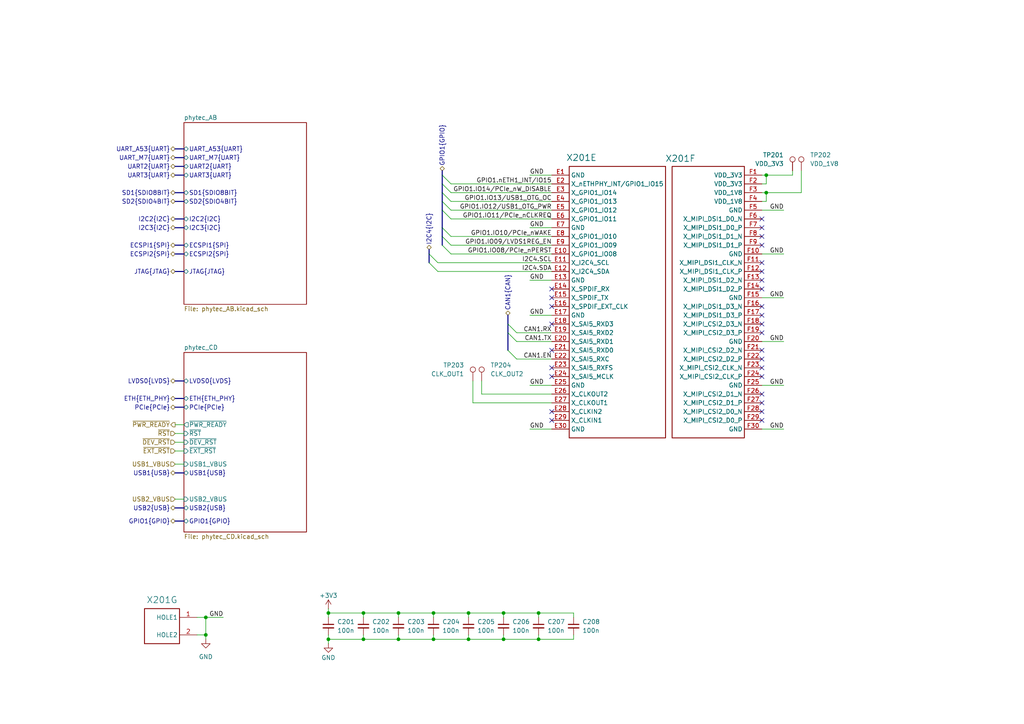
<source format=kicad_sch>
(kicad_sch (version 20250114) (generator "eeschema") (generator_version "9.0")
  (paper "A4")
  (lib_symbols
    (symbol "Connector:TestPoint" (pin_numbers (hide yes)) (pin_names (offset 0.762) (hide yes))
      (property "Reference" "TP" (at 0 6.858 0))
      (property "Value" "TestPoint" (at 0 5.08 0))
      (symbol "TestPoint_0_1"
        (circle (center 0 3.302) (radius 0.762))
      )
      (symbol "TestPoint_1_1"
        (pin passive line (at 0 0 90) (length 2.54) (name "1") (number "1"))
      )
    )
    (symbol "Device:C_Small" (pin_numbers (hide yes)) (pin_names (offset 0.254) (hide yes))
      (property "Reference" "C" (at 0.254 1.778 0))
      (property "Value" "C_Small" (at 0.254 -2.032 0))
      (symbol "C_Small_0_1"
        (polyline (pts (xy -1.524 0.508) (xy 1.524 0.508)) (stroke (width 0.3048)))
        (polyline (pts (xy -1.524 -0.508) (xy 1.524 -0.508)) (stroke (width 0.3302)))
      )
      (symbol "C_Small_1_1"
        (pin passive line (at 0 2.54 270) (length 2.032) (name "~") (number "1"))
        (pin passive line (at 0 -2.54 90) (length 2.032) (name "~") (number "2"))
      )
    )
    (symbol "extras:Phytec-PCM-070"
      (property "Reference" "X" (at -30.48 154.305 0))
      (symbol "Phytec-PCM-070_1_0"
        (polyline (pts (xy -31.115 -2.54) (xy -5.08 -2.54) (xy -5.08 152.4) (xy -31.115 152.4) (xy -31.115 -2.54)) (stroke (width 0.254)))
        (pin passive line (at 0 149.86 180) (length 5.08) (name "GND") (number "A1"))
        (pin passive line (at 0 147.32 180) (length 5.08) (name "X_UART1_RXD") (number "A2"))
        (pin passive line (at 0 144.78 180) (length 5.08) (name "X_UART1_TXD") (number "A3"))
        (pin passive line (at 0 142.24 180) (length 5.08) (name "X_UART3_RXD") (number "A4"))
        (pin passive line (at 0 139.7 180) (length 5.08) (name "X_UART3_TXD") (number "A5"))
        (pin passive line (at 0 137.16 180) (length 5.08) (name "GND") (number "A6"))
        (pin passive line (at 0 134.62 180) (length 5.08) (name "X_SAI1_MCLK") (number "A7"))
        (pin passive line (at 0 132.08 180) (length 5.08) (name "X_SAI1_TXD6") (number "A8"))
        (pin passive line (at 0 129.54 180) (length 5.08) (name "X_SAI1_TXD7") (number "A9"))
        (pin passive line (at 0 127 180) (length 5.08) (name "X_SAI1_RXFS") (number "A10"))
        (pin passive line (at 0 124.46 180) (length 5.08) (name "GND") (number "A11"))
        (pin passive line (at 0 121.92 180) (length 5.08) (name "X_SAI1_RXC") (number "A12"))
        (pin passive line (at 0 119.38 180) (length 5.08) (name "X_SAI1_RXD0") (number "A13"))
        (pin passive line (at 0 116.84 180) (length 5.08) (name "X_SAI1_RXD1") (number "A14"))
        (pin passive line (at 0 114.3 180) (length 5.08) (name "X_ENET_MDIO") (number "A15"))
        (pin passive line (at 0 111.76 180) (length 5.08) (name "GND") (number "A16"))
        (pin passive line (at 0 109.22 180) (length 5.08) (name "X_ENET_RGMII_TD0") (number "A17"))
        (pin passive line (at 0 106.68 180) (length 5.08) (name "X_ENET_RGMII_TD1") (number "A18"))
        (pin passive line (at 0 104.14 180) (length 5.08) (name "X_ENET_RGMII_TD2") (number "A19"))
        (pin passive line (at 0 101.6 180) (length 5.08) (name "X_ENET_RGMII_TD3") (number "A20"))
        (pin passive line (at 0 99.06 180) (length 5.08) (name "GND") (number "A21"))
        (pin passive line (at 0 96.52 180) (length 5.08) (name "X_ENET_RGMII_TX_CTL") (number "A22"))
        (pin passive line (at 0 93.98 180) (length 5.08) (name "X_ENET_RGMII_TXC") (number "A23"))
        (pin passive line (at 0 91.44 180) (length 5.08) (name "X_ENET_RGMII_RX_CTL") (number "A24"))
        (pin passive line (at 0 88.9 180) (length 5.08) (name "X_ENET_RGMII_RXC") (number "A25"))
        (pin passive line (at 0 86.36 180) (length 5.08) (name "GND") (number "A26"))
        (pin passive line (at 0 83.82 180) (length 5.08) (name "X_ENET_RGMII_RD0") (number "A27"))
        (pin passive line (at 0 81.28 180) (length 5.08) (name "X_ENET_RGMII_RD1") (number "A28"))
        (pin passive line (at 0 78.74 180) (length 5.08) (name "X_ENET_RGMII_RD2") (number "A29"))
        (pin passive line (at 0 76.2 180) (length 5.08) (name "X_ENET_RGMII_RD3") (number "A30"))
        (pin passive line (at 0 73.66 180) (length 5.08) (name "GND") (number "A31"))
        (pin passive line (at 0 71.12 180) (length 5.08) (name "X_ENET_MDC") (number "A32"))
        (pin passive line (at 0 68.58 180) (length 5.08) (name "X_SAI2_MCLK") (number "A33"))
        (pin passive line (at 0 66.04 180) (length 5.08) (name "X_SAI2_TXFS") (number "A34"))
        (pin passive line (at 0 63.5 180) (length 5.08) (name "X_SAI2_TXC") (number "A35"))
        (pin passive line (at 0 60.96 180) (length 5.08) (name "GND") (number "A36"))
        (pin passive line (at 0 58.42 180) (length 5.08) (name "X_SAI2_TXD0") (number "A37"))
        (pin passive line (at 0 55.88 180) (length 5.08) (name "X_SAI2_RXFS") (number "A38"))
        (pin passive line (at 0 53.34 180) (length 5.08) (name "X_SAI2_RXC") (number "A39"))
        (pin passive line (at 0 50.8 180) (length 5.08) (name "X_SAI2_RXD0") (number "A40"))
        (pin passive line (at 0 48.26 180) (length 5.08) (name "GND") (number "A41"))
        (pin passive line (at 0 45.72 180) (length 5.08) (name "X_HDMI_DDC_SCL") (number "A42"))
        (pin passive line (at 0 43.18 180) (length 5.08) (name "X_HDMI_DDC_SDA") (number "A43"))
        (pin passive line (at 0 40.64 180) (length 5.08) (name "X_HDMI_HPD") (number "A44"))
        (pin passive line (at 0 38.1 180) (length 5.08) (name "X_HDMI_CEC") (number "A45"))
        (pin passive line (at 0 35.56 180) (length 5.08) (name "X_HDMI_EARC_AUX") (number "A46"))
        (pin passive line (at 0 33.02 180) (length 5.08) (name "GND") (number "A47"))
        (pin passive line (at 0 30.48 180) (length 5.08) (name "X_HDMI_EARC_N_HPD") (number "A48"))
        (pin passive line (at 0 27.94 180) (length 5.08) (name "X_HDMI_EARC_P_UTIL") (number "A49"))
        (pin passive line (at 0 25.4 180) (length 5.08) (name "X_HDMI_TX0_N") (number "A50"))
        (pin passive line (at 0 22.86 180) (length 5.08) (name "X_HDMI_TX0_P") (number "A51"))
        (pin passive line (at 0 20.32 180) (length 5.08) (name "GND") (number "A52"))
        (pin passive line (at 0 17.78 180) (length 5.08) (name "X_HDMI_TXC_N") (number "A53"))
        (pin passive line (at 0 15.24 180) (length 5.08) (name "X_HDMI_TXC_P") (number "A54"))
        (pin passive line (at 0 12.7 180) (length 5.08) (name "GND") (number "A55"))
        (pin passive line (at 0 10.16 180) (length 5.08) (name "X_HDMI_TX1_N") (number "A56"))
        (pin passive line (at 0 7.62 180) (length 5.08) (name "X_HDMI_TX1_P") (number "A57"))
        (pin passive line (at 0 5.08 180) (length 5.08) (name "X_HDMI_TX2_N") (number "A58"))
        (pin passive line (at 0 2.54 180) (length 5.08) (name "X_HDMI_TX2_P") (number "A59"))
        (pin passive line (at 0 0 180) (length 5.08) (name "GND") (number "A60"))
      )
      (symbol "Phytec-PCM-070_2_0"
        (polyline (pts (xy -30.48 -2.54) (xy -5.08 -2.54) (xy -5.08 152.4) (xy -30.48 152.4) (xy -30.48 -2.54)) (stroke (width 0.254)))
        (pin passive line (at 0 149.86 180) (length 5.08) (name "GND") (number "B1"))
        (pin passive line (at 0 147.32 180) (length 5.08) (name "X_UART2_RXD") (number "B2"))
        (pin passive line (at 0 144.78 180) (length 5.08) (name "X_UART2_TXD") (number "B3"))
        (pin passive line (at 0 142.24 180) (length 5.08) (name "X_UART4_RXD") (number "B4"))
        (pin passive line (at 0 139.7 180) (length 5.08) (name "X_UART4_TXD") (number "B5"))
        (pin passive line (at 0 137.16 180) (length 5.08) (name "GND") (number "B6"))
        (pin passive line (at 0 134.62 180) (length 5.08) (name "X_JTAG_TCK") (number "B7"))
        (pin passive line (at 0 132.08 180) (length 5.08) (name "X_JTAG_TDI") (number "B8"))
        (pin passive line (at 0 129.54 180) (length 5.08) (name "X_JTAG_TDO") (number "B9"))
        (pin passive line (at 0 127 180) (length 5.08) (name "X_JTAG_TMS") (number "B10"))
        (pin passive line (at 0 124.46 180) (length 5.08) (name "X_JTAG_MOD") (number "B11"))
        (pin passive line (at 0 121.92 180) (length 5.08) (name "GND") (number "B12"))
        (pin passive line (at 0 119.38 180) (length 5.08) (name "X_I2C2_SCL") (number "B13"))
        (pin passive line (at 0 116.84 180) (length 5.08) (name "X_I2C2_SDA") (number "B14"))
        (pin passive line (at 0 114.3 180) (length 5.08) (name "X_I2C3_SCL") (number "B15"))
        (pin passive line (at 0 111.76 180) (length 5.08) (name "X_I2C3_SDA") (number "B16"))
        (pin passive line (at 0 109.22 180) (length 5.08) (name "GND") (number "B17"))
        (pin passive line (at 0 106.68 180) (length 5.08) (name "X_SAI3_MCLK") (number "B18"))
        (pin passive line (at 0 104.14 180) (length 5.08) (name "X_SAI3_TXFS") (number "B19"))
        (pin passive line (at 0 101.6 180) (length 5.08) (name "X_SAI3_TXC") (number "B20"))
        (pin passive line (at 0 99.06 180) (length 5.08) (name "X_SAI3_TXD") (number "B21"))
        (pin passive line (at 0 96.52 180) (length 5.08) (name "X_SAI3_RXFS") (number "B22"))
        (pin passive line (at 0 93.98 180) (length 5.08) (name "X_SAI3_RXC") (number "B23"))
        (pin passive line (at 0 91.44 180) (length 5.08) (name "X_SAI3_RXD") (number "B24"))
        (pin passive line (at 0 88.9 180) (length 5.08) (name "GND") (number "B25"))
        (pin passive line (at 0 86.36 180) (length 5.08) (name "X_ECSPI1_SS0") (number "B26"))
        (pin passive line (at 0 83.82 180) (length 5.08) (name "X_ECSPI1_MOSI") (number "B27"))
        (pin passive line (at 0 81.28 180) (length 5.08) (name "X_ECSPI1_MISO") (number "B28"))
        (pin passive line (at 0 78.74 180) (length 5.08) (name "X_ECSPI1_SCLK") (number "B29"))
        (pin passive line (at 0 76.2 180) (length 5.08) (name "GND") (number "B30"))
        (pin passive line (at 0 73.66 180) (length 5.08) (name "X_ECSPI2_SS0") (number "B31"))
        (pin passive line (at 0 71.12 180) (length 5.08) (name "X_ECSPI2_MOSI") (number "B32"))
        (pin passive line (at 0 68.58 180) (length 5.08) (name "X_ECSPI2_MISO") (number "B33"))
        (pin passive line (at 0 66.04 180) (length 5.08) (name "X_ECSPI2_SCLK") (number "B34"))
        (pin passive line (at 0 63.5 180) (length 5.08) (name "GND") (number "B35"))
        (pin passive line (at 0 60.96 180) (length 5.08) (name "X_VDDSW_SD2") (number "B36"))
        (pin passive line (at 0 58.42 180) (length 5.08) (name "X_SD2_CD_B") (number "B37"))
        (pin passive line (at 0 55.88 180) (length 5.08) (name "X_SD2_WP") (number "B38"))
        (pin passive line (at 0 53.34 180) (length 5.08) (name "X_SD2_CMD") (number "B39"))
        (pin passive line (at 0 50.8 180) (length 5.08) (name "X_SD2_CLK") (number "B40"))
        (pin passive line (at 0 48.26 180) (length 5.08) (name "GND") (number "B41"))
        (pin passive line (at 0 45.72 180) (length 5.08) (name "X_SD2_DATA0") (number "B42"))
        (pin passive line (at 0 43.18 180) (length 5.08) (name "X_SD2_DATA1") (number "B43"))
        (pin passive line (at 0 40.64 180) (length 5.08) (name "X_SD2_DATA2") (number "B44"))
        (pin passive line (at 0 38.1 180) (length 5.08) (name "X_SD2_DATA3") (number "B45"))
        (pin passive line (at 0 35.56 180) (length 5.08) (name "X_SD1_RESET_B") (number "B46"))
        (pin passive line (at 0 33.02 180) (length 5.08) (name "GND") (number "B47"))
        (pin passive line (at 0 30.48 180) (length 5.08) (name "X_SD1_CMD") (number "B48"))
        (pin passive line (at 0 27.94 180) (length 5.08) (name "X_SD1_STROBE") (number "B49"))
        (pin passive line (at 0 25.4 180) (length 5.08) (name "X_SD1_CLK") (number "B50"))
        (pin passive line (at 0 22.86 180) (length 5.08) (name "X_SD1_DATA0") (number "B51"))
        (pin passive line (at 0 20.32 180) (length 5.08) (name "X_SD1_DATA1") (number "B52"))
        (pin passive line (at 0 17.78 180) (length 5.08) (name "X_SD1_DATA2") (number "B53"))
        (pin passive line (at 0 15.24 180) (length 5.08) (name "GND") (number "B54"))
        (pin passive line (at 0 12.7 180) (length 5.08) (name "X_SD1_DATA3") (number "B55"))
        (pin passive line (at 0 10.16 180) (length 5.08) (name "X_SD1_DATA4") (number "B56"))
        (pin passive line (at 0 7.62 180) (length 5.08) (name "X_SD1_DATA5") (number "B57"))
        (pin passive line (at 0 5.08 180) (length 5.08) (name "X_SD1_DATA6") (number "B58"))
        (pin passive line (at 0 2.54 180) (length 5.08) (name "X_SD1_DATA7") (number "B59"))
        (pin passive line (at 0 0 180) (length 5.08) (name "GND") (number "B60"))
      )
      (symbol "Phytec-PCM-070_3_0"
        (polyline (pts (xy -35.56 -2.54) (xy -5.08 -2.54) (xy -5.08 152.4) (xy -35.56 152.4) (xy -35.56 -2.54)) (stroke (width 0.254)))
        (pin passive line (at 0 149.86 180) (length 5.08) (name "VIN_3V3") (number "C1"))
        (pin passive line (at 0 147.32 180) (length 5.08) (name "VIN_3V3") (number "C2"))
        (pin passive line (at 0 144.78 180) (length 5.08) (name "VIN_3V3") (number "C3"))
        (pin passive line (at 0 142.24 180) (length 5.08) (name "VIN_3V3") (number "C4"))
        (pin passive line (at 0 139.7 180) (length 5.08) (name "GND") (number "C5"))
        (pin passive line (at 0 137.16 180) (length 5.08) (name "GND") (number "C6"))
        (pin passive line (at 0 134.62 180) (length 5.08) (name "GND") (number "C7"))
        (pin passive line (at 0 132.08 180) (length 5.08) (name "VIN_SNVS_1V8") (number "C8"))
        (pin passive line (at 0 129.54 180) (length 5.08) (name "VBAT") (number "C9"))
        (pin passive line (at 0 127 180) (length 5.08) (name "X_RTC_INT") (number "C10"))
        (pin passive line (at 0 124.46 180) (length 5.08) (name "X_PMIC_RST_B") (number "C11"))
        (pin passive line (at 0 121.92 180) (length 5.08) (name "X_PMIC_WDOG_B/GPIO1_IO02") (number "C12"))
        (pin passive line (at 0 119.38 180) (length 5.08) (name "X_POR_B_VIO") (number "C13"))
        (pin passive line (at 0 116.84 180) (length 5.08) (name "X_nPWR_READY") (number "C14"))
        (pin passive line (at 0 114.3 180) (length 5.08) (name "GND") (number "C15"))
        (pin passive line (at 0 111.76 180) (length 5.08) (name "X_USB1_VBUS") (number "C16"))
        (pin passive line (at 0 109.22 180) (length 5.08) (name "X_USB1_ID") (number "C17"))
        (pin passive line (at 0 106.68 180) (length 5.08) (name "X_USB1_D_N") (number "C18"))
        (pin passive line (at 0 104.14 180) (length 5.08) (name "X_USB1_D_P") (number "C19"))
        (pin passive line (at 0 101.6 180) (length 5.08) (name "GND") (number "C20"))
        (pin passive line (at 0 99.06 180) (length 5.08) (name "X_USB1_TX_N") (number "C21"))
        (pin passive line (at 0 96.52 180) (length 5.08) (name "X_USB1_TX_P") (number "C22"))
        (pin passive line (at 0 93.98 180) (length 5.08) (name "X_USB1_RX_N") (number "C23"))
        (pin passive line (at 0 91.44 180) (length 5.08) (name "X_USB1_RX_P") (number "C24"))
        (pin passive line (at 0 88.9 180) (length 5.08) (name "GND") (number "C25"))
        (pin passive line (at 0 86.36 180) (length 5.08) (name "X_USB2_VBUS") (number "C26"))
        (pin passive line (at 0 83.82 180) (length 5.08) (name "X_USB2_ID") (number "C27"))
        (pin passive line (at 0 81.28 180) (length 5.08) (name "X_USB2_D_N") (number "C28"))
        (pin passive line (at 0 78.74 180) (length 5.08) (name "X_USB2_D_P") (number "C29"))
        (pin passive line (at 0 76.2 180) (length 5.08) (name "GND") (number "C30"))
        (pin passive line (at 0 73.66 180) (length 5.08) (name "X_USB2_TX_N") (number "C31"))
        (pin passive line (at 0 71.12 180) (length 5.08) (name "X_USB2_TX_P") (number "C32"))
        (pin passive line (at 0 68.58 180) (length 5.08) (name "X_USB2_RX_N") (number "C33"))
        (pin passive line (at 0 66.04 180) (length 5.08) (name "X_USB2_RX_P") (number "C34"))
        (pin passive line (at 0 63.5 180) (length 5.08) (name "GND") (number "C35"))
        (pin passive line (at 0 60.96 180) (length 5.08) (name "X_LVDS1_D0_N") (number "C36"))
        (pin passive line (at 0 58.42 180) (length 5.08) (name "X_LVDS1_D0_P") (number "C37"))
        (pin passive line (at 0 55.88 180) (length 5.08) (name "X_LVDS1_D1_N") (number "C38"))
        (pin passive line (at 0 53.34 180) (length 5.08) (name "X_LVDS1_D1_P") (number "C39"))
        (pin passive line (at 0 50.8 180) (length 5.08) (name "GND") (number "C40"))
        (pin passive line (at 0 48.26 180) (length 5.08) (name "X_LVDS1_CLK_N") (number "C41"))
        (pin passive line (at 0 45.72 180) (length 5.08) (name "X_LVDS1_CLK_P") (number "C42"))
        (pin passive line (at 0 43.18 180) (length 5.08) (name "X_LVDS1_D2_N") (number "C43"))
        (pin passive line (at 0 40.64 180) (length 5.08) (name "X_LVDS1_D2_P") (number "C44"))
        (pin passive line (at 0 38.1 180) (length 5.08) (name "GND") (number "C45"))
        (pin passive line (at 0 35.56 180) (length 5.08) (name "X_LVDS1_D3_N") (number "C46"))
        (pin passive line (at 0 33.02 180) (length 5.08) (name "X_LVDS1_D3_P") (number "C47"))
        (pin passive line (at 0 30.48 180) (length 5.08) (name "X_LVDS0_D0_N") (number "C48"))
        (pin passive line (at 0 27.94 180) (length 5.08) (name "X_LVDS0_D0_P") (number "C49"))
        (pin passive line (at 0 25.4 180) (length 5.08) (name "GND") (number "C50"))
        (pin passive line (at 0 22.86 180) (length 5.08) (name "X_LVDS0_D1_N") (number "C51"))
        (pin passive line (at 0 20.32 180) (length 5.08) (name "X_LVDS0_D1_P") (number "C52"))
        (pin passive line (at 0 17.78 180) (length 5.08) (name "X_LVDS0_CLK_N") (number "C53"))
        (pin passive line (at 0 15.24 180) (length 5.08) (name "X_LVDS0_CLK_P") (number "C54"))
        (pin passive line (at 0 12.7 180) (length 5.08) (name "GND") (number "C55"))
        (pin passive line (at 0 10.16 180) (length 5.08) (name "X_LVDS0_D2_N") (number "C56"))
        (pin passive line (at 0 7.62 180) (length 5.08) (name "X_LVDS0_D2_P") (number "C57"))
        (pin passive line (at 0 5.08 180) (length 5.08) (name "X_LVDS0_D3_N") (number "C58"))
        (pin passive line (at 0 2.54 180) (length 5.08) (name "X_LVDS0_D3_P") (number "C59"))
        (pin passive line (at 0 0 180) (length 5.08) (name "GND") (number "C60"))
      )
      (symbol "Phytec-PCM-070_4_0"
        (polyline (pts (xy -37.465 -2.54) (xy -5.08 -2.54) (xy -5.08 152.4) (xy -37.465 152.4) (xy -37.465 -2.54)) (stroke (width 0.254)))
        (pin passive line (at 0 149.86 180) (length 5.08) (name "VIN_3V3") (number "D1"))
        (pin passive line (at 0 147.32 180) (length 5.08) (name "VIN_3V3") (number "D2"))
        (pin passive line (at 0 144.78 180) (length 5.08) (name "VIN_3V3") (number "D3"))
        (pin passive line (at 0 142.24 180) (length 5.08) (name "VIN_3V3") (number "D4"))
        (pin passive line (at 0 139.7 180) (length 5.08) (name "GND") (number "D5"))
        (pin passive line (at 0 137.16 180) (length 5.08) (name "GND") (number "D6"))
        (pin passive line (at 0 134.62 180) (length 5.08) (name "GND") (number "D7"))
        (pin passive line (at 0 132.08 180) (length 5.08) (name "X_VIO_Ctrl") (number "D8"))
        (pin passive line (at 0 129.54 180) (length 5.08) (name "X_OnOff") (number "D9"))
        (pin passive line (at 0 127 180) (length 5.08) (name "X_PMIC_ON_REQ") (number "D10"))
        (pin passive line (at 0 124.46 180) (length 5.08) (name "X_PMIC_IRQ_B") (number "D11"))
        (pin passive line (at 0 121.92 180) (length 5.08) (name "X_RTC_CLKOUT/nTEMP_ALERT") (number "D12"))
        (pin passive line (at 0 119.38 180) (length 5.08) (name "GND") (number "D13"))
        (pin passive line (at 0 116.84 180) (length 5.08) (name "X_GPIO1_IO00") (number "D14"))
        (pin passive line (at 0 114.3 180) (length 5.08) (name "X_GPIO1_IO01") (number "D15"))
        (pin passive line (at 0 111.76 180) (length 5.08) (name "X_GPIO1_IO03") (number "D16"))
        (pin passive line (at 0 109.22 180) (length 5.08) (name "X_PMIC_SD_VSEL/GPIO1_IO04") (number "D17"))
        (pin passive line (at 0 106.68 180) (length 5.08) (name "X_GPIO1_IO05") (number "D18"))
        (pin passive line (at 0 104.14 180) (length 5.08) (name "GND") (number "D19"))
        (pin passive line (at 0 101.6 180) (length 5.08) (name "X_GPIO1_IO06") (number "D20"))
        (pin passive line (at 0 99.06 180) (length 5.08) (name "X_GPIO1_IO07") (number "D21"))
        (pin passive line (at 0 96.52 180) (length 5.08) (name "X_BOOT_MODE0") (number "D22"))
        (pin passive line (at 0 93.98 180) (length 5.08) (name "X_BOOT_MODE1") (number "D23"))
        (pin passive line (at 0 91.44 180) (length 5.08) (name "X_BOOT_MODE2") (number "D24"))
        (pin passive line (at 0 88.9 180) (length 5.08) (name "X_BOOT_MODE3") (number "D25"))
        (pin passive line (at 0 86.36 180) (length 5.08) (name "GND") (number "D26"))
        (pin passive line (at 0 83.82 180) (length 5.08) (name "X_PCIE_TXN_N") (number "D27"))
        (pin passive line (at 0 81.28 180) (length 5.08) (name "X_PCIE_TXN_P") (number "D28"))
        (pin passive line (at 0 78.74 180) (length 5.08) (name "X_PCIE_RXN_N") (number "D29"))
        (pin passive line (at 0 76.2 180) (length 5.08) (name "X_PCIE_RXN_P") (number "D30"))
        (pin passive line (at 0 73.66 180) (length 5.08) (name "GND") (number "D31"))
        (pin passive line (at 0 71.12 180) (length 5.08) (name "X_PCIE_REF_PAD_CLK_N") (number "D32"))
        (pin passive line (at 0 68.58 180) (length 5.08) (name "X_PCIE_REF_PAD_CLK_P") (number "D33"))
        (pin passive line (at 0 66.04 180) (length 5.08) (name "X_MIPI_CSI1_D0_N") (number "D34"))
        (pin passive line (at 0 63.5 180) (length 5.08) (name "X_MIPI_CSI1_D0_P") (number "D35"))
        (pin passive line (at 0 60.96 180) (length 5.08) (name "GND") (number "D36"))
        (pin passive line (at 0 58.42 180) (length 5.08) (name "X_MIPI_CSI1_D1_N") (number "D37"))
        (pin passive line (at 0 55.88 180) (length 5.08) (name "X_MIPI_CSI1_D1_P") (number "D38"))
        (pin passive line (at 0 53.34 180) (length 5.08) (name "X_MIPI_CSI1_CLK_N") (number "D39"))
        (pin passive line (at 0 50.8 180) (length 5.08) (name "X_MIPI_CSI1_CLK_P") (number "D40"))
        (pin passive line (at 0 48.26 180) (length 5.08) (name "GND") (number "D41"))
        (pin passive line (at 0 45.72 180) (length 5.08) (name "X_MIPI_CSI1_D2_N") (number "D42"))
        (pin passive line (at 0 43.18 180) (length 5.08) (name "X_MIPI_CSI1_D2_P") (number "D43"))
        (pin passive line (at 0 40.64 180) (length 5.08) (name "X_MIPI_CSI1_D3_N") (number "D44"))
        (pin passive line (at 0 38.1 180) (length 5.08) (name "X_MIPI_CSI1_D3_P") (number "D45"))
        (pin passive line (at 0 35.56 180) (length 5.08) (name "GND") (number "D46"))
        (pin passive line (at 0 33.02 180) (length 5.08) (name "X_ETH1_A_N") (number "D47"))
        (pin passive line (at 0 30.48 180) (length 5.08) (name "X_ETH1_A_P") (number "D48"))
        (pin passive line (at 0 27.94 180) (length 5.08) (name "X_ETH1_B_N") (number "D49"))
        (pin passive line (at 0 25.4 180) (length 5.08) (name "X_ETH1_B_P") (number "D50"))
        (pin passive line (at 0 22.86 180) (length 5.08) (name "GND") (number "D51"))
        (pin passive line (at 0 20.32 180) (length 5.08) (name "X_ETH1_C_N") (number "D52"))
        (pin passive line (at 0 17.78 180) (length 5.08) (name "X_ETH1_C_P") (number "D53"))
        (pin passive line (at 0 15.24 180) (length 5.08) (name "X_ETH1_D_N") (number "D54"))
        (pin passive line (at 0 12.7 180) (length 5.08) (name "X_ETH1_D_P") (number "D55"))
        (pin passive line (at 0 10.16 180) (length 5.08) (name "GND") (number "D56"))
        (pin passive line (at 0 7.62 180) (length 5.08) (name "X_ETH1_GPIO0") (number "D57"))
        (pin passive line (at 0 5.08 180) (length 5.08) (name "X_ETH1_GPIO1") (number "D58"))
        (pin passive line (at 0 2.54 180) (length 5.08) (name "X_ETH1_LED0_LINK") (number "D59"))
        (pin passive line (at 0 0 180) (length 5.08) (name "X_ETH1_LED2_ACT") (number "D60"))
      )
      (symbol "Phytec-PCM-070_5_0"
        (polyline (pts (xy 5.08 -2.54) (xy 33.02 -2.54) (xy 33.02 76.2) (xy 5.08 76.2) (xy 5.08 -2.54)) (stroke (width 0.254)))
        (pin passive line (at 0 73.66 0) (length 5.08) (name "GND") (number "E1"))
        (pin passive line (at 0 71.12 0) (length 5.08) (name "X_nETHPHY_INT/GPIO1_IO15") (number "E2"))
        (pin passive line (at 0 68.58 0) (length 5.08) (name "X_GPIO1_IO14") (number "E3"))
        (pin passive line (at 0 66.04 0) (length 5.08) (name "X_GPIO1_IO13") (number "E4"))
        (pin passive line (at 0 63.5 0) (length 5.08) (name "X_GPIO1_IO12") (number "E5"))
        (pin passive line (at 0 60.96 0) (length 5.08) (name "X_GPIO1_IO11") (number "E6"))
        (pin passive line (at 0 58.42 0) (length 5.08) (name "GND") (number "E7"))
        (pin passive line (at 0 55.88 0) (length 5.08) (name "X_GPIO1_IO10") (number "E8"))
        (pin passive line (at 0 53.34 0) (length 5.08) (name "X_GPIO1_IO09") (number "E9"))
        (pin passive line (at 0 50.8 0) (length 5.08) (name "X_GPIO1_IO08") (number "E10"))
        (pin passive line (at 0 48.26 0) (length 5.08) (name "X_I2C4_SCL") (number "E11"))
        (pin passive line (at 0 45.72 0) (length 5.08) (name "X_I2C4_SDA") (number "E12"))
        (pin passive line (at 0 43.18 0) (length 5.08) (name "GND") (number "E13"))
        (pin passive line (at 0 40.64 0) (length 5.08) (name "X_SPDIF_RX") (number "E14"))
        (pin passive line (at 0 38.1 0) (length 5.08) (name "X_SPDIF_TX") (number "E15"))
        (pin passive line (at 0 35.56 0) (length 5.08) (name "X_SPDIF_EXT_CLK") (number "E16"))
        (pin passive line (at 0 33.02 0) (length 5.08) (name "GND") (number "E17"))
        (pin passive line (at 0 30.48 0) (length 5.08) (name "X_SAI5_RXD3") (number "E18"))
        (pin passive line (at 0 27.94 0) (length 5.08) (name "X_SAI5_RXD2") (number "E19"))
        (pin passive line (at 0 25.4 0) (length 5.08) (name "X_SAI5_RXD1") (number "E20"))
        (pin passive line (at 0 22.86 0) (length 5.08) (name "X_SAI5_RXD0") (number "E21"))
        (pin passive line (at 0 20.32 0) (length 5.08) (name "X_SAI5_RXC") (number "E22"))
        (pin passive line (at 0 17.78 0) (length 5.08) (name "X_SAI5_RXFS") (number "E23"))
        (pin passive line (at 0 15.24 0) (length 5.08) (name "X_SAI5_MCLK") (number "E24"))
        (pin passive line (at 0 12.7 0) (length 5.08) (name "GND") (number "E25"))
        (pin passive line (at 0 10.16 0) (length 5.08) (name "X_CLKOUT2") (number "E26"))
        (pin passive line (at 0 7.62 0) (length 5.08) (name "X_CLKOUT1") (number "E27"))
        (pin passive line (at 0 5.08 0) (length 5.08) (name "X_CLKIN2") (number "E28"))
        (pin passive line (at 0 2.54 0) (length 5.08) (name "X_CLKIN1") (number "E29"))
        (pin passive line (at 0 0 0) (length 5.08) (name "GND") (number "E30"))
      )
      (symbol "Phytec-PCM-070_6_0"
        (polyline (pts (xy -26.035 -2.54) (xy -5.08 -2.54) (xy -5.08 76.2) (xy -26.035 76.2) (xy -26.035 -2.54)) (stroke (width 0.254)))
        (pin passive line (at 0 73.66 180) (length 5.08) (name "VDD_3V3") (number "F1"))
        (pin passive line (at 0 71.12 180) (length 5.08) (name "VDD_3V3") (number "F2"))
        (pin passive line (at 0 68.58 180) (length 5.08) (name "VDD_1V8") (number "F3"))
        (pin passive line (at 0 66.04 180) (length 5.08) (name "VDD_1V8") (number "F4"))
        (pin passive line (at 0 63.5 180) (length 5.08) (name "GND") (number "F5"))
        (pin passive line (at 0 60.96 180) (length 5.08) (name "X_MIPI_DSI1_D0_N") (number "F6"))
        (pin passive line (at 0 58.42 180) (length 5.08) (name "X_MIPI_DSI1_D0_P") (number "F7"))
        (pin passive line (at 0 55.88 180) (length 5.08) (name "X_MIPI_DSI1_D1_N") (number "F8"))
        (pin passive line (at 0 53.34 180) (length 5.08) (name "X_MIPI_DSI1_D1_P") (number "F9"))
        (pin passive line (at 0 50.8 180) (length 5.08) (name "GND") (number "F10"))
        (pin passive line (at 0 48.26 180) (length 5.08) (name "X_MIPI_DSI1_CLK_N") (number "F11"))
        (pin passive line (at 0 45.72 180) (length 5.08) (name "X_MIPI_DSI1_CLK_P") (number "F12"))
        (pin passive line (at 0 43.18 180) (length 5.08) (name "X_MIPI_DSI1_D2_N") (number "F13"))
        (pin passive line (at 0 40.64 180) (length 5.08) (name "X_MIPI_DSI1_D2_P") (number "F14"))
        (pin passive line (at 0 38.1 180) (length 5.08) (name "GND") (number "F15"))
        (pin passive line (at 0 35.56 180) (length 5.08) (name "X_MIPI_DSI1_D3_N") (number "F16"))
        (pin passive line (at 0 33.02 180) (length 5.08) (name "X_MIPI_DSI1_D3_P") (number "F17"))
        (pin passive line (at 0 30.48 180) (length 5.08) (name "X_MIPI_CSI2_D3_N") (number "F18"))
        (pin passive line (at 0 27.94 180) (length 5.08) (name "X_MIPI_CSI2_D3_P") (number "F19"))
        (pin passive line (at 0 25.4 180) (length 5.08) (name "GND") (number "F20"))
        (pin passive line (at 0 22.86 180) (length 5.08) (name "X_MIPI_CSI2_D2_N") (number "F21"))
        (pin passive line (at 0 20.32 180) (length 5.08) (name "X_MIPI_CSI2_D2_P") (number "F22"))
        (pin passive line (at 0 17.78 180) (length 5.08) (name "X_MIPI_CSI2_CLK_N") (number "F23"))
        (pin passive line (at 0 15.24 180) (length 5.08) (name "X_MIPI_CSI2_CLK_P") (number "F24"))
        (pin passive line (at 0 12.7 180) (length 5.08) (name "GND") (number "F25"))
        (pin passive line (at 0 10.16 180) (length 5.08) (name "X_MIPI_CSI2_D1_N") (number "F26"))
        (pin passive line (at 0 7.62 180) (length 5.08) (name "X_MIPI_CSI2_D1_P") (number "F27"))
        (pin passive line (at 0 5.08 180) (length 5.08) (name "X_MIPI_CSI2_D0_N") (number "F28"))
        (pin passive line (at 0 2.54 180) (length 5.08) (name "X_MIPI_CSI2_D0_P") (number "F29"))
        (pin passive line (at 0 0 180) (length 5.08) (name "GND") (number "F30"))
      )
      (symbol "Phytec-PCM-070_7_0"
        (polyline (pts (xy -15.24 -2.54) (xy -5.08 -2.54) (xy -5.08 7.62) (xy -15.24 7.62) (xy -15.24 -2.54)) (stroke (width 0.254)))
        (pin passive line (at 0 5.08 180) (length 5.08) (name "HOLE1") (number "1"))
        (pin passive line (at 0 0 180) (length 5.08) (name "HOLE2") (number "2"))
      )
    )
    (symbol "power:+1V2" (power) (pin_numbers (hide yes)) (pin_names (offset 0) (hide yes))
      (property "Value" "+1V2" (at 0 3.556 0))
      (symbol "+1V2_0_1"
        (polyline (pts (xy -0.762 1.27) (xy 0 2.54)))
        (polyline (pts (xy 0 2.54) (xy 0.762 1.27)))
        (polyline (pts (xy 0 0) (xy 0 2.54)))
      )
      (symbol "+1V2_1_1"
        (pin power_in line (at 0 0 90) (length 0) (name "~") (number "1"))
      )
    )
    (symbol "power:GND" (power) (pin_numbers (hide yes)) (pin_names (offset 0) (hide yes))
      (property "Value" "GND" (at 0 -3.81 0))
      (symbol "GND_0_1"
        (polyline (pts (xy 0 0) (xy 0 -1.27) (xy 1.27 -1.27) (xy 0 -2.54) (xy -1.27 -1.27) (xy 0 -1.27)))
      )
      (symbol "GND_1_1"
        (pin power_in line (at 0 0 270) (length 0) (name "~") (number "1"))
      )
    )
  )
  (bus_alias "CAN" (members "TX" "RX" "EN"))
  (bus_alias "GPIO" (members "IO00/CSI1_CTRL1" "IO01/CSI1_CTRL2" "IO02/PMIC_WDOG" "IO03/CSI1_CTRL3" "IO04/PMIC_SD_VSEL" "IO05/CSI1_CTRL4" "IO06/CSI2_CTRL1" "IO07/CSI2_CTRL2" "IO08/PCIe_nPERST" "IO09/LVDS1REG_EN" "IO10/PCIe_nWAKE" "IO11/PCIe_nCLKREQ" "IO12/USB1_OTG_PWR" "IO13/USB1_OTG_OC" "IO14/PCIe_nW_DISABLE" "nETH1_INT/IO15"))
  (bus_alias "MIPI_DSI" (members "D0-" "D0+" "D1-" "D1+" "D2-" "D2+" "D3-" "D3+" "CLK-" "CLK+"))
  (junction (at 125.73 185.42))
  (junction (at 156.21 177.8))
  (junction (at 222.25 50.8))
  (junction (at 105.41 177.8))
  (junction (at 125.73 177.8))
  (junction (at 156.21 185.42))
  (junction (at 222.25 55.88))
  (junction (at 146.05 177.8))
  (junction (at 115.57 177.8))
  (junction (at 135.89 185.42))
  (junction (at 146.05 185.42))
  (junction (at 59.69 184.15))
  (junction (at 59.69 179.07))
  (junction (at 115.57 185.42))
  (junction (at 95.25 177.8))
  (junction (at 105.41 185.42))
  (junction (at 135.89 177.8))
  (junction (at 95.25 185.42))
  (no_connect (at 160.02 86.36))
  (no_connect (at 220.98 116.84))
  (no_connect (at 220.98 114.3))
  (no_connect (at 220.98 93.98))
  (no_connect (at 220.98 121.92))
  (no_connect (at 220.98 96.52))
  (no_connect (at 220.98 91.44))
  (no_connect (at 160.02 119.38))
  (no_connect (at 160.02 121.92))
  (no_connect (at 220.98 78.74))
  (no_connect (at 220.98 119.38))
  (no_connect (at 220.98 71.12))
  (no_connect (at 160.02 93.98))
  (no_connect (at 220.98 88.9))
  (no_connect (at 220.98 68.58))
  (no_connect (at 160.02 109.22))
  (no_connect (at 160.02 83.82))
  (no_connect (at 220.98 83.82))
  (no_connect (at 160.02 106.68))
  (no_connect (at 220.98 63.5))
  (no_connect (at 160.02 101.6))
  (no_connect (at 220.98 76.2))
  (no_connect (at 220.98 81.28))
  (no_connect (at 160.02 88.9))
  (no_connect (at 220.98 101.6))
  (no_connect (at 220.98 66.04))
  (no_connect (at 220.98 109.22))
  (no_connect (at 220.98 104.14))
  (no_connect (at 220.98 106.68))
  (bus_entry (at 128.27 50.8) (size 2.54 2.54))
  (bus_entry (at 128.27 66.04) (size 2.54 2.54))
  (bus_entry (at 128.27 58.42) (size 2.54 2.54))
  (bus_entry (at 128.27 68.58) (size 2.54 2.54))
  (bus_entry (at 124.46 76.2) (size 2.54 2.54))
  (bus_entry (at 124.46 73.66) (size 2.54 2.54))
  (bus_entry (at 147.32 93.98) (size 2.54 2.54))
  (bus_entry (at 147.32 96.52) (size 2.54 2.54))
  (bus_entry (at 128.27 60.96) (size 2.54 2.54))
  (bus_entry (at 128.27 71.12) (size 2.54 2.54))
  (bus_entry (at 147.32 101.6) (size 2.54 2.54))
  (bus_entry (at 128.27 53.34) (size 2.54 2.54))
  (bus_entry (at 128.27 55.88) (size 2.54 2.54))
  (wire (pts (xy 130.81 53.34) (xy 160.02 53.34)))
  (wire (pts (xy 59.69 179.07) (xy 59.69 184.15)))
  (wire (pts (xy 220.98 111.76) (xy 227.33 111.76)))
  (wire (pts (xy 232.41 55.88) (xy 232.41 49.53)))
  (wire (pts (xy 222.25 50.8) (xy 222.25 53.34)))
  (wire (pts (xy 130.81 60.96) (xy 160.02 60.96)))
  (wire (pts (xy 222.25 55.88) (xy 232.41 55.88)))
  (wire (pts (xy 105.41 177.8) (xy 115.57 177.8)))
  (bus (pts (xy 128.27 58.42) (xy 128.27 60.96)))
  (bus (pts (xy 128.27 50.8) (xy 128.27 53.34)))
  (wire (pts (xy 130.81 73.66) (xy 160.02 73.66)))
  (wire (pts (xy 105.41 184.15) (xy 105.41 185.42)))
  (wire (pts (xy 105.41 177.8) (xy 105.41 179.07)))
  (wire (pts (xy 153.67 124.46) (xy 160.02 124.46)))
  (bus (pts (xy 50.8 63.5) (xy 53.34 63.5)))
  (wire (pts (xy 95.25 185.42) (xy 105.41 185.42)))
  (wire (pts (xy 156.21 185.42) (xy 166.37 185.42)))
  (wire (pts (xy 153.67 81.28) (xy 160.02 81.28)))
  (wire (pts (xy 146.05 177.8) (xy 146.05 179.07)))
  (wire (pts (xy 50.8 134.62) (xy 53.34 134.62)))
  (bus (pts (xy 50.8 66.04) (xy 53.34 66.04)))
  (wire (pts (xy 127 76.2) (xy 160.02 76.2)))
  (wire (pts (xy 220.98 73.66) (xy 227.33 73.66)))
  (bus (pts (xy 128.27 66.04) (xy 128.27 68.58)))
  (bus (pts (xy 50.8 137.16) (xy 53.34 137.16)))
  (wire (pts (xy 50.8 130.81) (xy 53.34 130.81)))
  (wire (pts (xy 59.69 179.07) (xy 64.77 179.07)))
  (bus (pts (xy 50.8 50.8) (xy 53.34 50.8)))
  (wire (pts (xy 220.98 50.8) (xy 222.25 50.8)))
  (wire (pts (xy 135.89 184.15) (xy 135.89 185.42)))
  (wire (pts (xy 105.41 185.42) (xy 115.57 185.42)))
  (wire (pts (xy 115.57 177.8) (xy 125.73 177.8)))
  (wire (pts (xy 135.89 177.8) (xy 135.89 179.07)))
  (wire (pts (xy 229.87 50.8) (xy 222.25 50.8)))
  (wire (pts (xy 95.25 177.8) (xy 95.25 179.07)))
  (wire (pts (xy 125.73 185.42) (xy 135.89 185.42)))
  (bus (pts (xy 124.46 73.66) (xy 124.46 76.2)))
  (bus (pts (xy 128.27 60.96) (xy 128.27 66.04)))
  (wire (pts (xy 220.98 55.88) (xy 222.25 55.88)))
  (bus (pts (xy 50.8 73.66) (xy 53.34 73.66)))
  (wire (pts (xy 220.98 86.36) (xy 227.33 86.36)))
  (wire (pts (xy 130.81 68.58) (xy 160.02 68.58)))
  (wire (pts (xy 146.05 184.15) (xy 146.05 185.42)))
  (wire (pts (xy 160.02 114.3) (xy 139.7 114.3)))
  (wire (pts (xy 59.69 184.15) (xy 59.69 185.42)))
  (wire (pts (xy 166.37 184.15) (xy 166.37 185.42)))
  (bus (pts (xy 147.32 93.98) (xy 147.32 96.52)))
  (bus (pts (xy 50.8 45.72) (xy 53.34 45.72)))
  (wire (pts (xy 137.16 110.49) (xy 137.16 116.84)))
  (wire (pts (xy 220.98 53.34) (xy 222.25 53.34)))
  (wire (pts (xy 153.67 66.04) (xy 160.02 66.04)))
  (wire (pts (xy 146.05 177.8) (xy 156.21 177.8)))
  (bus (pts (xy 50.8 147.32) (xy 53.34 147.32)))
  (bus (pts (xy 50.8 78.74) (xy 53.34 78.74)))
  (wire (pts (xy 95.25 184.15) (xy 95.25 185.42)))
  (wire (pts (xy 50.8 128.27) (xy 53.34 128.27)))
  (wire (pts (xy 137.16 116.84) (xy 160.02 116.84)))
  (wire (pts (xy 146.05 185.42) (xy 156.21 185.42)))
  (bus (pts (xy 128.27 55.88) (xy 128.27 58.42)))
  (bus (pts (xy 50.8 115.57) (xy 53.34 115.57)))
  (wire (pts (xy 139.7 114.3) (xy 139.7 110.49)))
  (bus (pts (xy 50.8 110.49) (xy 53.34 110.49)))
  (wire (pts (xy 156.21 184.15) (xy 156.21 185.42)))
  (wire (pts (xy 130.81 58.42) (xy 160.02 58.42)))
  (wire (pts (xy 153.67 91.44) (xy 160.02 91.44)))
  (bus (pts (xy 50.8 151.13) (xy 53.34 151.13)))
  (wire (pts (xy 156.21 177.8) (xy 166.37 177.8)))
  (wire (pts (xy 57.15 184.15) (xy 59.69 184.15)))
  (bus (pts (xy 128.27 68.58) (xy 128.27 71.12)))
  (wire (pts (xy 50.8 123.19) (xy 53.34 123.19)))
  (bus (pts (xy 147.32 91.44) (xy 147.32 93.98)))
  (wire (pts (xy 127 78.74) (xy 160.02 78.74)))
  (wire (pts (xy 115.57 177.8) (xy 115.57 179.07)))
  (bus (pts (xy 50.8 118.11) (xy 53.34 118.11)))
  (bus (pts (xy 50.8 43.18) (xy 53.34 43.18)))
  (wire (pts (xy 50.8 125.73) (xy 53.34 125.73)))
  (wire (pts (xy 153.67 111.76) (xy 160.02 111.76)))
  (wire (pts (xy 220.98 99.06) (xy 227.33 99.06)))
  (bus (pts (xy 50.8 58.42) (xy 53.34 58.42)))
  (bus (pts (xy 147.32 96.52) (xy 147.32 101.6)))
  (wire (pts (xy 95.25 176.53) (xy 95.25 177.8)))
  (wire (pts (xy 95.25 185.42) (xy 95.25 186.69)))
  (wire (pts (xy 130.81 71.12) (xy 160.02 71.12)))
  (bus (pts (xy 124.46 72.39) (xy 124.46 73.66)))
  (wire (pts (xy 229.87 50.8) (xy 229.87 49.53)))
  (wire (pts (xy 220.98 60.96) (xy 227.33 60.96)))
  (bus (pts (xy 50.8 48.26) (xy 53.34 48.26)))
  (wire (pts (xy 130.81 55.88) (xy 160.02 55.88)))
  (wire (pts (xy 125.73 184.15) (xy 125.73 185.42)))
  (bus (pts (xy 128.27 53.34) (xy 128.27 55.88)))
  (wire (pts (xy 153.67 50.8) (xy 160.02 50.8)))
  (wire (pts (xy 149.86 96.52) (xy 160.02 96.52)))
  (bus (pts (xy 128.27 49.53) (xy 128.27 50.8)))
  (wire (pts (xy 125.73 177.8) (xy 125.73 179.07)))
  (wire (pts (xy 95.25 177.8) (xy 105.41 177.8)))
  (wire (pts (xy 220.98 58.42) (xy 222.25 58.42)))
  (wire (pts (xy 50.8 144.78) (xy 53.34 144.78)))
  (wire (pts (xy 149.86 104.14) (xy 160.02 104.14)))
  (wire (pts (xy 57.15 179.07) (xy 59.69 179.07)))
  (bus (pts (xy 50.8 55.88) (xy 53.34 55.88)))
  (wire (pts (xy 115.57 185.42) (xy 125.73 185.42)))
  (wire (pts (xy 149.86 99.06) (xy 160.02 99.06)))
  (wire (pts (xy 135.89 185.42) (xy 146.05 185.42)))
  (wire (pts (xy 166.37 177.8) (xy 166.37 179.07)))
  (wire (pts (xy 115.57 184.15) (xy 115.57 185.42)))
  (wire (pts (xy 135.89 177.8) (xy 146.05 177.8)))
  (bus (pts (xy 50.8 71.12) (xy 53.34 71.12)))
  (wire (pts (xy 130.81 63.5) (xy 160.02 63.5)))
  (wire (pts (xy 220.98 124.46) (xy 227.33 124.46)))
  (wire (pts (xy 156.21 177.8) (xy 156.21 179.07)))
  (wire (pts (xy 125.73 177.8) (xy 135.89 177.8)))
  (wire (pts (xy 222.25 58.42) (xy 222.25 55.88)))
  (label "GND" (at 153.67 50.8 0))
  (label "GND" (at 153.67 124.46 0))
  (label "GPIO1.IO13{slash}USB1_OTG_OC" (at 160.02 58.42 180))
  (label "GPIO1.IO10{slash}PCIe_nWAKE" (at 160.02 68.58 180))
  (label "GND" (at 153.67 81.28 0))
  (label "GND" (at 153.67 66.04 0))
  (label "GPIO1.nETH1_INT{slash}IO15" (at 160.02 53.34 180))
  (label "GND" (at 227.33 86.36 180))
  (label "GPIO1.IO09{slash}LVDS1REG_EN" (at 160.02 71.12 180))
  (label "GPIO1.IO12{slash}USB1_OTG_PWR" (at 160.02 60.96 180))
  (label "GPIO1.IO08{slash}PCIe_nPERST" (at 160.02 73.66 180))
  (label "GPIO1.IO11{slash}PCIe_nCLKREQ" (at 160.02 63.5 180))
  (label "GND" (at 227.33 73.66 180))
  (label "GND" (at 153.67 91.44 0))
  (label "GND" (at 227.33 124.46 180))
  (label "GND" (at 64.77 179.07 180))
  (label "GPIO1.IO14{slash}PCIe_nW_DISABLE" (at 160.02 55.88 180))
  (label "CAN1.TX" (at 160.02 99.06 180))
  (label "GND" (at 227.33 111.76 180))
  (label "CAN1.EN" (at 160.02 104.14 180))
  (label "GND" (at 227.33 60.96 180))
  (label "GND" (at 153.67 111.76 0))
  (label "GND" (at 227.33 99.06 180))
  (label "I2C4.SCL" (at 160.02 76.2 180))
  (label "CAN1.RX" (at 160.02 96.52 180))
  (label "I2C4.SDA" (at 160.02 78.74 180))
  (hierarchical_label "LVDS0{LVDS}" (shape bidirectional) (at 50.8 110.49 180))
  (hierarchical_label "~{DEV_RST}" (shape input) (at 50.8 128.27 180))
  (hierarchical_label "UART_M7{UART}" (shape bidirectional) (at 50.8 45.72 180))
  (hierarchical_label "ETH{ETH_PHY}" (shape bidirectional) (at 50.8 115.57 180))
  (hierarchical_label "USB1{USB}" (shape bidirectional) (at 50.8 137.16 180))
  (hierarchical_label "SD2{SDIO4BIT}" (shape bidirectional) (at 50.8 58.42 180))
  (hierarchical_label "USB2_VBUS" (shape input) (at 50.8 144.78 180))
  (hierarchical_label "CAN1{CAN}" (shape bidirectional) (at 147.32 91.44 90))
  (hierarchical_label "JTAG{JTAG}" (shape bidirectional) (at 50.8 78.74 180))
  (hierarchical_label "I2C3{I2C}" (shape bidirectional) (at 50.8 66.04 180))
  (hierarchical_label "~{EXT_RST}" (shape input) (at 50.8 130.81 180))
  (hierarchical_label "UART_A53{UART}" (shape bidirectional) (at 50.8 43.18 180))
  (hierarchical_label "I2C4{I2C}" (shape bidirectional) (at 124.46 72.39 90))
  (hierarchical_label "~{PWR_READY}" (shape output) (at 50.8 123.19 180))
  (hierarchical_label "GPIO1{GPIO}" (shape bidirectional) (at 128.27 49.53 90))
  (hierarchical_label "SD1{SDIO8BIT}" (shape bidirectional) (at 50.8 55.88 180))
  (hierarchical_label "USB1_VBUS" (shape input) (at 50.8 134.62 180))
  (hierarchical_label "PCIe{PCIe}" (shape bidirectional) (at 50.8 118.11 180))
  (hierarchical_label "GPIO1{GPIO}" (shape bidirectional) (at 50.8 151.13 180))
  (hierarchical_label "UART3{UART}" (shape bidirectional) (at 50.8 50.8 180))
  (hierarchical_label "USB2{USB}" (shape bidirectional) (at 50.8 147.32 180))
  (hierarchical_label "I2C2{I2C}" (shape bidirectional) (at 50.8 63.5 180))
  (hierarchical_label "UART2{UART}" (shape bidirectional) (at 50.8 48.26 180))
  (hierarchical_label "~{RST}" (shape input) (at 50.8 125.73 180))
  (hierarchical_label "ECSPI1{SPI}" (shape bidirectional) (at 50.8 71.12 180))
  (hierarchical_label "ECSPI2{SPI}" (shape bidirectional) (at 50.8 73.66 180))
  (symbol (lib_id "Device:C_Small") (at 146.05 181.61 0) (unit 1)
    (property "Reference" "C206" (at 148.59 180.3462 0) (effects (justify left)))
    (property "Value" "100n" (at 148.59 182.8862 0) (effects (justify left)))
    (property "Footprint" "Capacitor_SMD:C_0201_0603Metric" (effects (hide yes)))
    (property "Description" "Unpolarized capacitor, small symbol" (effects (hide yes)))
    (property "Mouser Part Number" "81-GRM033Z71C104KE4J" (effects (hide yes)))
  )
  (symbol (lib_id "Connector:TestPoint") (at 229.87 49.53 0) (mirror y) (unit 1)
    (property "Reference" "TP201" (at 227.33 44.9579 0) (effects (justify left)))
    (property "Value" "VDD_3V3" (at 227.33 47.4979 0) (effects (justify left)))
    (property "Footprint" "extras:TestPoint_Pad_D0.5mm" (effects (hide yes)))
    (property "Description" "test point" (effects (hide yes)))
    (property "Mouser Part Number" "-" (effects (hide yes)))
  )
  (symbol (lib_id "power:GND") (at 59.69 185.42 0) (unit 1)
    (property "Reference" "#PWR0205" (effects (hide yes)))
    (property "Value" "GND" (at 59.69 190.5 0))
    (property "Description" "Power symbol creates a global label with name \"GND\" , ground" (effects (hide yes)))
  )
  (symbol (lib_id "Device:C_Small") (at 95.25 181.61 0) (unit 1)
    (property "Reference" "C201" (at 97.79 180.3462 0) (effects (justify left)))
    (property "Value" "100n" (at 97.79 182.8862 0) (effects (justify left)))
    (property "Footprint" "Capacitor_SMD:C_0201_0603Metric" (effects (hide yes)))
    (property "Description" "Unpolarized capacitor, small symbol" (effects (hide yes)))
    (property "Mouser Part Number" "81-GRM033Z71C104KE4J" (effects (hide yes)))
  )
  (symbol (lib_id "Connector:TestPoint") (at 139.7 110.49 0) (unit 1)
    (property "Reference" "TP204" (at 142.24 105.9179 0) (effects (justify left)))
    (property "Value" "CLK_OUT2" (at 142.24 108.4579 0) (effects (justify left)))
    (property "Footprint" "extras:TestPoint_Pad_D0.5mm" (effects (hide yes)))
    (property "Description" "test point" (effects (hide yes)))
    (property "Mouser Part Number" "-" (effects (hide yes)))
  )
  (symbol (lib_id "Device:C_Small") (at 135.89 181.61 0) (unit 1)
    (property "Reference" "C205" (at 138.43 180.3462 0) (effects (justify left)))
    (property "Value" "100n" (at 138.43 182.8862 0) (effects (justify left)))
    (property "Footprint" "Capacitor_SMD:C_0201_0603Metric" (effects (hide yes)))
    (property "Description" "Unpolarized capacitor, small symbol" (effects (hide yes)))
    (property "Mouser Part Number" "81-GRM033Z71C104KE4J" (effects (hide yes)))
  )
  (symbol (lib_id "Device:C_Small") (at 105.41 181.61 0) (unit 1)
    (property "Reference" "C202" (at 107.95 180.3462 0) (effects (justify left)))
    (property "Value" "100n" (at 107.95 182.8862 0) (effects (justify left)))
    (property "Footprint" "Capacitor_SMD:C_0201_0603Metric" (effects (hide yes)))
    (property "Description" "Unpolarized capacitor, small symbol" (effects (hide yes)))
    (property "Mouser Part Number" "81-GRM033Z71C104KE4J" (effects (hide yes)))
  )
  (symbol (lib_id "Device:C_Small") (at 115.57 181.61 0) (unit 1)
    (property "Reference" "C203" (at 118.11 180.3462 0) (effects (justify left)))
    (property "Value" "100n" (at 118.11 182.8862 0) (effects (justify left)))
    (property "Footprint" "Capacitor_SMD:C_0201_0603Metric" (effects (hide yes)))
    (property "Description" "Unpolarized capacitor, small symbol" (effects (hide yes)))
    (property "Mouser Part Number" "81-GRM033Z71C104KE4J" (effects (hide yes)))
  )
  (symbol (lib_id "Connector:TestPoint") (at 137.16 110.49 0) (mirror y) (unit 1)
    (property "Reference" "TP203" (at 134.62 105.9179 0) (effects (justify left)))
    (property "Value" "CLK_OUT1" (at 134.62 108.4579 0) (effects (justify left)))
    (property "Footprint" "extras:TestPoint_Pad_D0.5mm" (effects (hide yes)))
    (property "Description" "test point" (effects (hide yes)))
    (property "Mouser Part Number" "-" (effects (hide yes)))
  )
  (symbol (lib_id "extras:Phytec-PCM-070") (at 220.98 124.46 0) (unit 6)
    (property "Reference" "X201" (at 197.358 45.974 0) (effects (font (size 1.8288 1.8288))))
    (property "Value" "Phytec-PCM-070" (effects (hide yes)))
    (property "Footprint" "extras:Phytec-PCM-070" (effects (hide yes)))
    (property "Datasheet" "https://www.phytec.de/cdocuments/?doc=koA7Hg" (effects (hide yes)))
    (property "Mouser Part Number" "-" (effects (hide yes)))
  )
  (symbol (lib_id "extras:Phytec-PCM-070") (at 160.02 124.46 0) (unit 5)
    (property "Reference" "X201" (at 168.656 45.72 0) (effects (font (size 1.8288 1.8288))))
    (property "Value" "Phytec-PCM-070" (effects (hide yes)))
    (property "Footprint" "extras:Phytec-PCM-070" (effects (hide yes)))
    (property "Datasheet" "https://www.phytec.de/cdocuments/?doc=koA7Hg" (effects (hide yes)))
    (property "Mouser Part Number" "-" (effects (hide yes)))
  )
  (symbol (lib_id "Device:C_Small") (at 166.37 181.61 0) (unit 1)
    (property "Reference" "C208" (at 168.91 180.3462 0) (effects (justify left)))
    (property "Value" "100n" (at 168.91 182.8862 0) (effects (justify left)))
    (property "Footprint" "Capacitor_SMD:C_0201_0603Metric" (effects (hide yes)))
    (property "Description" "Unpolarized capacitor, small symbol" (effects (hide yes)))
    (property "Mouser Part Number" "81-GRM033Z71C104KE4J" (effects (hide yes)))
  )
  (symbol (lib_id "extras:Phytec-PCM-070") (at 57.15 184.15 0) (unit 7)
    (property "Reference" "X201" (at 46.99 173.99 0) (effects (font (size 1.8288 1.8288))))
    (property "Value" "Phytec-PCM-070" (effects (hide yes)))
    (property "Footprint" "extras:Phytec-PCM-070" (effects (hide yes)))
    (property "Datasheet" "https://www.phytec.de/cdocuments/?doc=koA7Hg" (effects (hide yes)))
    (property "Mouser Part Number" "-" (effects (hide yes)))
  )
  (symbol (lib_id "Device:C_Small") (at 125.73 181.61 0) (unit 1)
    (property "Reference" "C204" (at 128.27 180.3462 0) (effects (justify left)))
    (property "Value" "100n" (at 128.27 182.8862 0) (effects (justify left)))
    (property "Footprint" "Capacitor_SMD:C_0201_0603Metric" (effects (hide yes)))
    (property "Description" "Unpolarized capacitor, small symbol" (effects (hide yes)))
    (property "Mouser Part Number" "81-GRM033Z71C104KE4J" (effects (hide yes)))
  )
  (symbol (lib_id "Connector:TestPoint") (at 232.41 49.53 0) (unit 1)
    (property "Reference" "TP202" (at 234.95 44.9579 0) (effects (justify left)))
    (property "Value" "VDD_1V8" (at 234.95 47.4979 0) (effects (justify left)))
    (property "Footprint" "extras:TestPoint_Pad_D0.5mm" (effects (hide yes)))
    (property "Description" "test point" (effects (hide yes)))
    (property "Mouser Part Number" "-" (effects (hide yes)))
  )
  (symbol (lib_id "power:+1V2") (at 95.25 176.53 0) (unit 1)
    (property "Reference" "#PWR0209" (effects (hide yes)))
    (property "Value" "+3V3" (at 95.25 172.72 0))
    (property "Description" "Power symbol creates a global label with name \"+1V2\"" (effects (hide yes)))
  )
  (symbol (lib_id "power:GND") (at 95.25 186.69 0) (unit 1)
    (property "Reference" "#PWR0210" (effects (hide yes)))
    (property "Value" "GND" (at 95.25 190.754 0))
    (property "Description" "Power symbol creates a global label with name \"GND\" , ground" (effects (hide yes)))
  )
  (symbol (lib_id "Device:C_Small") (at 156.21 181.61 0) (unit 1)
    (property "Reference" "C207" (at 158.75 180.3462 0) (effects (justify left)))
    (property "Value" "100n" (at 158.75 182.8862 0) (effects (justify left)))
    (property "Footprint" "Capacitor_SMD:C_0201_0603Metric" (effects (hide yes)))
    (property "Description" "Unpolarized capacitor, small symbol" (effects (hide yes)))
    (property "Mouser Part Number" "81-GRM033Z71C104KE4J" (effects (hide yes)))
  )
  (sheet (at 53.34 102.235) (size 35.56 52.07) (stroke (width 0.1524))
    (property "Sheetname" "phytec_CD" (at 53.34 101.5234 0) (effects (justify left bottom)))
    (property "Sheetfile" "phytec_CD.kicad_sch" (at 53.34 154.8896 0) (effects (justify left top)))
    (pin "ETH{ETH_PHY}" bidirectional (at 53.34 115.57 180))
    (pin "~{PWR_READY}" output (at 53.34 123.19 180))
    (pin "USB1_VBUS" input (at 53.34 134.62 180))
    (pin "USB1{USB}" bidirectional (at 53.34 137.16 180))
    (pin "GPIO1{GPIO}" bidirectional (at 53.34 151.13 180))
    (pin "USB2{USB}" bidirectional (at 53.34 147.32 180))
    (pin "USB2_VBUS" input (at 53.34 144.78 180))
    (pin "LVDS0{LVDS}" bidirectional (at 53.34 110.49 180))
    (pin "PCIe{PCIe}" bidirectional (at 53.34 118.11 180))
    (pin "~{RST}" input (at 53.34 125.73 180))
    (pin "~{DEV_RST}" input (at 53.34 128.27 180))
    (pin "~{EXT_RST}" input (at 53.34 130.81 180))
  )
  (sheet (at 53.34 35.56) (size 35.56 52.705) (stroke (width 0.1524))
    (property "Sheetname" "phytec_AB" (at 53.34 34.8484 0) (effects (justify left bottom)))
    (property "Sheetfile" "phytec_AB.kicad_sch" (at 53.34 88.8496 0) (effects (justify left top)))
    (pin "SD1{SDIO8BIT}" bidirectional (at 53.34 55.88 180))
    (pin "UART3{UART}" bidirectional (at 53.34 50.8 180))
    (pin "I2C3{I2C}" bidirectional (at 53.34 66.04 180))
    (pin "I2C2{I2C}" bidirectional (at 53.34 63.5 180))
    (pin "UART2{UART}" bidirectional (at 53.34 48.26 180))
    (pin "JTAG{JTAG}" bidirectional (at 53.34 78.74 180))
    (pin "ECSPI2{SPI}" bidirectional (at 53.34 73.66 180))
    (pin "ECSPI1{SPI}" bidirectional (at 53.34 71.12 180))
    (pin "SD2{SDIO4BIT}" bidirectional (at 53.34 58.42 180))
    (pin "UART_M7{UART}" bidirectional (at 53.34 45.72 180))
    (pin "UART_A53{UART}" bidirectional (at 53.34 43.18 180))
  )
)
</source>
